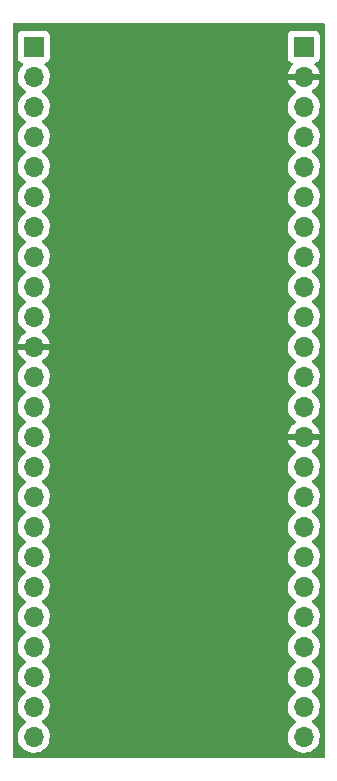
<source format=gbr>
%TF.GenerationSoftware,KiCad,Pcbnew,6.0.4-6f826c9f35~116~ubuntu21.10.1*%
%TF.CreationDate,2022-04-23T22:39:38+02:00*%
%TF.ProjectId,stm32f breakout,73746d33-3266-4206-9272-65616b6f7574,rev?*%
%TF.SameCoordinates,Original*%
%TF.FileFunction,Copper,L2,Bot*%
%TF.FilePolarity,Positive*%
%FSLAX46Y46*%
G04 Gerber Fmt 4.6, Leading zero omitted, Abs format (unit mm)*
G04 Created by KiCad (PCBNEW 6.0.4-6f826c9f35~116~ubuntu21.10.1) date 2022-04-23 22:39:38*
%MOMM*%
%LPD*%
G01*
G04 APERTURE LIST*
%TA.AperFunction,ComponentPad*%
%ADD10R,1.700000X1.700000*%
%TD*%
%TA.AperFunction,ComponentPad*%
%ADD11O,1.700000X1.700000*%
%TD*%
%TA.AperFunction,ViaPad*%
%ADD12C,0.800000*%
%TD*%
G04 APERTURE END LIST*
D10*
%TO.P,J2,1,Pin_1*%
%TO.N,Net-(U1-Pad37)*%
X125222000Y-69596000D03*
D11*
%TO.P,J2,2,Pin_2*%
%TO.N,Net-(U1-Pad38)*%
X125222000Y-72136000D03*
%TO.P,J2,3,Pin_3*%
%TO.N,Net-(U1-Pad39)*%
X125222000Y-74676000D03*
%TO.P,J2,4,Pin_4*%
%TO.N,Net-(U1-Pad40)*%
X125222000Y-77216000D03*
%TO.P,J2,5,Pin_5*%
%TO.N,Net-(J2-Pad5)*%
X125222000Y-79756000D03*
%TO.P,J2,6,Pin_6*%
%TO.N,Net-(J2-Pad6)*%
X125222000Y-82296000D03*
%TO.P,J2,7,Pin_7*%
%TO.N,Net-(J2-Pad7)*%
X125222000Y-84836000D03*
%TO.P,J2,8,Pin_8*%
%TO.N,Net-(J2-Pad8)*%
X125222000Y-87376000D03*
%TO.P,J2,9,Pin_9*%
%TO.N,Net-(J2-Pad9)*%
X125222000Y-89916000D03*
%TO.P,J2,10,Pin_10*%
%TO.N,Net-(J2-Pad10)*%
X125222000Y-92456000D03*
%TO.P,J2,11,Pin_11*%
%TO.N,GND*%
X125222000Y-94996000D03*
%TO.P,J2,12,Pin_12*%
%TO.N,Net-(J2-Pad12)*%
X125222000Y-97536000D03*
%TO.P,J2,13,Pin_13*%
%TO.N,Net-(J2-Pad13)*%
X125222000Y-100076000D03*
%TO.P,J2,14,Pin_14*%
%TO.N,Net-(J2-Pad14)*%
X125222000Y-102616000D03*
%TO.P,J2,15,Pin_15*%
%TO.N,Net-(J2-Pad15)*%
X125222000Y-105156000D03*
%TO.P,J2,16,Pin_16*%
%TO.N,Net-(J2-Pad16)*%
X125222000Y-107696000D03*
%TO.P,J2,17,Pin_17*%
%TO.N,Net-(J2-Pad17)*%
X125222000Y-110236000D03*
%TO.P,J2,18,Pin_18*%
%TO.N,Net-(U1-Pad6)*%
X125222000Y-112776000D03*
%TO.P,J2,19,Pin_19*%
%TO.N,Net-(U1-Pad7)*%
X125222000Y-115316000D03*
%TO.P,J2,20,Pin_20*%
%TO.N,Net-(U1-Pad8)*%
X125222000Y-117856000D03*
%TO.P,J2,21,Pin_21*%
%TO.N,Net-(U1-Pad9)*%
X125222000Y-120396000D03*
%TO.P,J2,22,Pin_22*%
%TO.N,Net-(J2-Pad22)*%
X125222000Y-122936000D03*
%TO.P,J2,23,Pin_23*%
%TO.N,Net-(J2-Pad23)*%
X125222000Y-125476000D03*
%TO.P,J2,24,Pin_24*%
%TO.N,Net-(J2-Pad24)*%
X125222000Y-128016000D03*
%TD*%
%TO.P,J1,24,Pin_24*%
%TO.N,Net-(U1-Pad13)*%
X148082000Y-128016000D03*
%TO.P,J1,23,Pin_23*%
%TO.N,Net-(U1-Pad14)*%
X148082000Y-125476000D03*
%TO.P,J1,22,Pin_22*%
%TO.N,Net-(U1-Pad15)*%
X148082000Y-122936000D03*
%TO.P,J1,21,Pin_21*%
%TO.N,Net-(U1-Pad16)*%
X148082000Y-120396000D03*
%TO.P,J1,20,Pin_20*%
%TO.N,Net-(U1-Pad17)*%
X148082000Y-117856000D03*
%TO.P,J1,19,Pin_19*%
%TO.N,Net-(J1-Pad19)*%
X148082000Y-115316000D03*
%TO.P,J1,18,Pin_18*%
%TO.N,Net-(J1-Pad18)*%
X148082000Y-112776000D03*
%TO.P,J1,17,Pin_17*%
%TO.N,Net-(J1-Pad17)*%
X148082000Y-110236000D03*
%TO.P,J1,16,Pin_16*%
%TO.N,Net-(J1-Pad16)*%
X148082000Y-107696000D03*
%TO.P,J1,15,Pin_15*%
%TO.N,Net-(J1-Pad15)*%
X148082000Y-105156000D03*
%TO.P,J1,14,Pin_14*%
%TO.N,GND*%
X148082000Y-102616000D03*
%TO.P,J1,13,Pin_13*%
%TO.N,Net-(U1-Pad24)*%
X148082000Y-100076000D03*
%TO.P,J1,12,Pin_12*%
%TO.N,Net-(J1-Pad12)*%
X148082000Y-97536000D03*
%TO.P,J1,11,Pin_11*%
%TO.N,Net-(U1-Pad26)*%
X148082000Y-94996000D03*
%TO.P,J1,10,Pin_10*%
%TO.N,Net-(U1-Pad27)*%
X148082000Y-92456000D03*
%TO.P,J1,9,Pin_9*%
%TO.N,Net-(U1-Pad28)*%
X148082000Y-89916000D03*
%TO.P,J1,8,Pin_8*%
%TO.N,Net-(U1-Pad29)*%
X148082000Y-87376000D03*
%TO.P,J1,7,Pin_7*%
%TO.N,Net-(U1-Pad30)*%
X148082000Y-84836000D03*
%TO.P,J1,6,Pin_6*%
%TO.N,Net-(U1-Pad31)*%
X148082000Y-82296000D03*
%TO.P,J1,5,Pin_5*%
%TO.N,Net-(J1-Pad5)*%
X148082000Y-79756000D03*
%TO.P,J1,4,Pin_4*%
%TO.N,Net-(J1-Pad4)*%
X148082000Y-77216000D03*
%TO.P,J1,3,Pin_3*%
%TO.N,Net-(J1-Pad3)*%
X148082000Y-74676000D03*
%TO.P,J1,2,Pin_2*%
%TO.N,GND*%
X148082000Y-72136000D03*
D10*
%TO.P,J1,1,Pin_1*%
%TO.N,Net-(U1-Pad36)*%
X148082000Y-69596000D03*
%TD*%
D12*
%TO.N,GND*%
X136652000Y-120396000D03*
X136652000Y-116586000D03*
X136652000Y-112776000D03*
X136652000Y-81534000D03*
X136652000Y-78486000D03*
X136652000Y-75438000D03*
%TD*%
%TA.AperFunction,Conductor*%
%TO.N,GND*%
G36*
X149801621Y-67584502D02*
G01*
X149848114Y-67638158D01*
X149859500Y-67690500D01*
X149859500Y-129667500D01*
X149839498Y-129735621D01*
X149785842Y-129782114D01*
X149733500Y-129793500D01*
X123570500Y-129793500D01*
X123502379Y-129773498D01*
X123455886Y-129719842D01*
X123444500Y-129667500D01*
X123444500Y-127982695D01*
X123859251Y-127982695D01*
X123859548Y-127987848D01*
X123859548Y-127987851D01*
X123865011Y-128082590D01*
X123872110Y-128205715D01*
X123873247Y-128210761D01*
X123873248Y-128210767D01*
X123893119Y-128298939D01*
X123921222Y-128423639D01*
X124005266Y-128630616D01*
X124121987Y-128821088D01*
X124268250Y-128989938D01*
X124440126Y-129132632D01*
X124633000Y-129245338D01*
X124841692Y-129325030D01*
X124846760Y-129326061D01*
X124846763Y-129326062D01*
X124954017Y-129347883D01*
X125060597Y-129369567D01*
X125065772Y-129369757D01*
X125065774Y-129369757D01*
X125278673Y-129377564D01*
X125278677Y-129377564D01*
X125283837Y-129377753D01*
X125288957Y-129377097D01*
X125288959Y-129377097D01*
X125500288Y-129350025D01*
X125500289Y-129350025D01*
X125505416Y-129349368D01*
X125510366Y-129347883D01*
X125714429Y-129286661D01*
X125714434Y-129286659D01*
X125719384Y-129285174D01*
X125919994Y-129186896D01*
X126101860Y-129057173D01*
X126260096Y-128899489D01*
X126319594Y-128816689D01*
X126387435Y-128722277D01*
X126390453Y-128718077D01*
X126489430Y-128517811D01*
X126554370Y-128304069D01*
X126583529Y-128082590D01*
X126585156Y-128016000D01*
X126582418Y-127982695D01*
X146719251Y-127982695D01*
X146719548Y-127987848D01*
X146719548Y-127987851D01*
X146725011Y-128082590D01*
X146732110Y-128205715D01*
X146733247Y-128210761D01*
X146733248Y-128210767D01*
X146753119Y-128298939D01*
X146781222Y-128423639D01*
X146865266Y-128630616D01*
X146981987Y-128821088D01*
X147128250Y-128989938D01*
X147300126Y-129132632D01*
X147493000Y-129245338D01*
X147701692Y-129325030D01*
X147706760Y-129326061D01*
X147706763Y-129326062D01*
X147814017Y-129347883D01*
X147920597Y-129369567D01*
X147925772Y-129369757D01*
X147925774Y-129369757D01*
X148138673Y-129377564D01*
X148138677Y-129377564D01*
X148143837Y-129377753D01*
X148148957Y-129377097D01*
X148148959Y-129377097D01*
X148360288Y-129350025D01*
X148360289Y-129350025D01*
X148365416Y-129349368D01*
X148370366Y-129347883D01*
X148574429Y-129286661D01*
X148574434Y-129286659D01*
X148579384Y-129285174D01*
X148779994Y-129186896D01*
X148961860Y-129057173D01*
X149120096Y-128899489D01*
X149179594Y-128816689D01*
X149247435Y-128722277D01*
X149250453Y-128718077D01*
X149349430Y-128517811D01*
X149414370Y-128304069D01*
X149443529Y-128082590D01*
X149445156Y-128016000D01*
X149426852Y-127793361D01*
X149372431Y-127576702D01*
X149283354Y-127371840D01*
X149162014Y-127184277D01*
X149011670Y-127019051D01*
X149007619Y-127015852D01*
X149007615Y-127015848D01*
X148840414Y-126883800D01*
X148840410Y-126883798D01*
X148836359Y-126880598D01*
X148795053Y-126857796D01*
X148745084Y-126807364D01*
X148730312Y-126737921D01*
X148755428Y-126671516D01*
X148782780Y-126644909D01*
X148826603Y-126613650D01*
X148961860Y-126517173D01*
X149120096Y-126359489D01*
X149179594Y-126276689D01*
X149247435Y-126182277D01*
X149250453Y-126178077D01*
X149349430Y-125977811D01*
X149414370Y-125764069D01*
X149443529Y-125542590D01*
X149445156Y-125476000D01*
X149426852Y-125253361D01*
X149372431Y-125036702D01*
X149283354Y-124831840D01*
X149162014Y-124644277D01*
X149011670Y-124479051D01*
X149007619Y-124475852D01*
X149007615Y-124475848D01*
X148840414Y-124343800D01*
X148840410Y-124343798D01*
X148836359Y-124340598D01*
X148795053Y-124317796D01*
X148745084Y-124267364D01*
X148730312Y-124197921D01*
X148755428Y-124131516D01*
X148782780Y-124104909D01*
X148826603Y-124073650D01*
X148961860Y-123977173D01*
X149120096Y-123819489D01*
X149179594Y-123736689D01*
X149247435Y-123642277D01*
X149250453Y-123638077D01*
X149349430Y-123437811D01*
X149414370Y-123224069D01*
X149443529Y-123002590D01*
X149445156Y-122936000D01*
X149426852Y-122713361D01*
X149372431Y-122496702D01*
X149283354Y-122291840D01*
X149162014Y-122104277D01*
X149011670Y-121939051D01*
X149007619Y-121935852D01*
X149007615Y-121935848D01*
X148840414Y-121803800D01*
X148840410Y-121803798D01*
X148836359Y-121800598D01*
X148795053Y-121777796D01*
X148745084Y-121727364D01*
X148730312Y-121657921D01*
X148755428Y-121591516D01*
X148782780Y-121564909D01*
X148826603Y-121533650D01*
X148961860Y-121437173D01*
X149120096Y-121279489D01*
X149179594Y-121196689D01*
X149247435Y-121102277D01*
X149250453Y-121098077D01*
X149349430Y-120897811D01*
X149414370Y-120684069D01*
X149443529Y-120462590D01*
X149445156Y-120396000D01*
X149426852Y-120173361D01*
X149372431Y-119956702D01*
X149283354Y-119751840D01*
X149162014Y-119564277D01*
X149011670Y-119399051D01*
X149007619Y-119395852D01*
X149007615Y-119395848D01*
X148840414Y-119263800D01*
X148840410Y-119263798D01*
X148836359Y-119260598D01*
X148795053Y-119237796D01*
X148745084Y-119187364D01*
X148730312Y-119117921D01*
X148755428Y-119051516D01*
X148782780Y-119024909D01*
X148826603Y-118993650D01*
X148961860Y-118897173D01*
X149120096Y-118739489D01*
X149179594Y-118656689D01*
X149247435Y-118562277D01*
X149250453Y-118558077D01*
X149349430Y-118357811D01*
X149414370Y-118144069D01*
X149443529Y-117922590D01*
X149445156Y-117856000D01*
X149426852Y-117633361D01*
X149372431Y-117416702D01*
X149283354Y-117211840D01*
X149162014Y-117024277D01*
X149011670Y-116859051D01*
X149007619Y-116855852D01*
X149007615Y-116855848D01*
X148840414Y-116723800D01*
X148840410Y-116723798D01*
X148836359Y-116720598D01*
X148795053Y-116697796D01*
X148745084Y-116647364D01*
X148730312Y-116577921D01*
X148755428Y-116511516D01*
X148782780Y-116484909D01*
X148826603Y-116453650D01*
X148961860Y-116357173D01*
X149120096Y-116199489D01*
X149179594Y-116116689D01*
X149247435Y-116022277D01*
X149250453Y-116018077D01*
X149349430Y-115817811D01*
X149414370Y-115604069D01*
X149443529Y-115382590D01*
X149445156Y-115316000D01*
X149426852Y-115093361D01*
X149372431Y-114876702D01*
X149283354Y-114671840D01*
X149162014Y-114484277D01*
X149011670Y-114319051D01*
X149007619Y-114315852D01*
X149007615Y-114315848D01*
X148840414Y-114183800D01*
X148840410Y-114183798D01*
X148836359Y-114180598D01*
X148795053Y-114157796D01*
X148745084Y-114107364D01*
X148730312Y-114037921D01*
X148755428Y-113971516D01*
X148782780Y-113944909D01*
X148826603Y-113913650D01*
X148961860Y-113817173D01*
X149120096Y-113659489D01*
X149179594Y-113576689D01*
X149247435Y-113482277D01*
X149250453Y-113478077D01*
X149349430Y-113277811D01*
X149414370Y-113064069D01*
X149443529Y-112842590D01*
X149445156Y-112776000D01*
X149426852Y-112553361D01*
X149372431Y-112336702D01*
X149283354Y-112131840D01*
X149162014Y-111944277D01*
X149011670Y-111779051D01*
X149007619Y-111775852D01*
X149007615Y-111775848D01*
X148840414Y-111643800D01*
X148840410Y-111643798D01*
X148836359Y-111640598D01*
X148795053Y-111617796D01*
X148745084Y-111567364D01*
X148730312Y-111497921D01*
X148755428Y-111431516D01*
X148782780Y-111404909D01*
X148826603Y-111373650D01*
X148961860Y-111277173D01*
X149120096Y-111119489D01*
X149179594Y-111036689D01*
X149247435Y-110942277D01*
X149250453Y-110938077D01*
X149349430Y-110737811D01*
X149414370Y-110524069D01*
X149443529Y-110302590D01*
X149445156Y-110236000D01*
X149426852Y-110013361D01*
X149372431Y-109796702D01*
X149283354Y-109591840D01*
X149162014Y-109404277D01*
X149011670Y-109239051D01*
X149007619Y-109235852D01*
X149007615Y-109235848D01*
X148840414Y-109103800D01*
X148840410Y-109103798D01*
X148836359Y-109100598D01*
X148795053Y-109077796D01*
X148745084Y-109027364D01*
X148730312Y-108957921D01*
X148755428Y-108891516D01*
X148782780Y-108864909D01*
X148826603Y-108833650D01*
X148961860Y-108737173D01*
X149120096Y-108579489D01*
X149179594Y-108496689D01*
X149247435Y-108402277D01*
X149250453Y-108398077D01*
X149349430Y-108197811D01*
X149414370Y-107984069D01*
X149443529Y-107762590D01*
X149445156Y-107696000D01*
X149426852Y-107473361D01*
X149372431Y-107256702D01*
X149283354Y-107051840D01*
X149162014Y-106864277D01*
X149011670Y-106699051D01*
X149007619Y-106695852D01*
X149007615Y-106695848D01*
X148840414Y-106563800D01*
X148840410Y-106563798D01*
X148836359Y-106560598D01*
X148795053Y-106537796D01*
X148745084Y-106487364D01*
X148730312Y-106417921D01*
X148755428Y-106351516D01*
X148782780Y-106324909D01*
X148826603Y-106293650D01*
X148961860Y-106197173D01*
X149120096Y-106039489D01*
X149179594Y-105956689D01*
X149247435Y-105862277D01*
X149250453Y-105858077D01*
X149349430Y-105657811D01*
X149414370Y-105444069D01*
X149443529Y-105222590D01*
X149445156Y-105156000D01*
X149426852Y-104933361D01*
X149372431Y-104716702D01*
X149283354Y-104511840D01*
X149162014Y-104324277D01*
X149011670Y-104159051D01*
X149007619Y-104155852D01*
X149007615Y-104155848D01*
X148840414Y-104023800D01*
X148840410Y-104023798D01*
X148836359Y-104020598D01*
X148794569Y-103997529D01*
X148744598Y-103947097D01*
X148729826Y-103877654D01*
X148754942Y-103811248D01*
X148782294Y-103784641D01*
X148957328Y-103659792D01*
X148965200Y-103653139D01*
X149116052Y-103502812D01*
X149122730Y-103494965D01*
X149247003Y-103322020D01*
X149252313Y-103313183D01*
X149346670Y-103122267D01*
X149350469Y-103112672D01*
X149412377Y-102908910D01*
X149414555Y-102898837D01*
X149415986Y-102887962D01*
X149413775Y-102873778D01*
X149400617Y-102870000D01*
X146765225Y-102870000D01*
X146751694Y-102873973D01*
X146750257Y-102883966D01*
X146780565Y-103018446D01*
X146783645Y-103028275D01*
X146863770Y-103225603D01*
X146868413Y-103234794D01*
X146979694Y-103416388D01*
X146985777Y-103424699D01*
X147125213Y-103585667D01*
X147132580Y-103592883D01*
X147296434Y-103728916D01*
X147304881Y-103734831D01*
X147373969Y-103775203D01*
X147422693Y-103826842D01*
X147435764Y-103896625D01*
X147409033Y-103962396D01*
X147368584Y-103995752D01*
X147355607Y-104002507D01*
X147351474Y-104005610D01*
X147351471Y-104005612D01*
X147327247Y-104023800D01*
X147176965Y-104136635D01*
X147022629Y-104298138D01*
X146896743Y-104482680D01*
X146802688Y-104685305D01*
X146742989Y-104900570D01*
X146719251Y-105122695D01*
X146719548Y-105127848D01*
X146719548Y-105127851D01*
X146725011Y-105222590D01*
X146732110Y-105345715D01*
X146733247Y-105350761D01*
X146733248Y-105350767D01*
X146753119Y-105438939D01*
X146781222Y-105563639D01*
X146865266Y-105770616D01*
X146981987Y-105961088D01*
X147128250Y-106129938D01*
X147300126Y-106272632D01*
X147370595Y-106313811D01*
X147373445Y-106315476D01*
X147422169Y-106367114D01*
X147435240Y-106436897D01*
X147408509Y-106502669D01*
X147368055Y-106536027D01*
X147355607Y-106542507D01*
X147351474Y-106545610D01*
X147351471Y-106545612D01*
X147327247Y-106563800D01*
X147176965Y-106676635D01*
X147022629Y-106838138D01*
X146896743Y-107022680D01*
X146802688Y-107225305D01*
X146742989Y-107440570D01*
X146719251Y-107662695D01*
X146719548Y-107667848D01*
X146719548Y-107667851D01*
X146725011Y-107762590D01*
X146732110Y-107885715D01*
X146733247Y-107890761D01*
X146733248Y-107890767D01*
X146753119Y-107978939D01*
X146781222Y-108103639D01*
X146865266Y-108310616D01*
X146981987Y-108501088D01*
X147128250Y-108669938D01*
X147300126Y-108812632D01*
X147370595Y-108853811D01*
X147373445Y-108855476D01*
X147422169Y-108907114D01*
X147435240Y-108976897D01*
X147408509Y-109042669D01*
X147368055Y-109076027D01*
X147355607Y-109082507D01*
X147351474Y-109085610D01*
X147351471Y-109085612D01*
X147327247Y-109103800D01*
X147176965Y-109216635D01*
X147022629Y-109378138D01*
X146896743Y-109562680D01*
X146802688Y-109765305D01*
X146742989Y-109980570D01*
X146719251Y-110202695D01*
X146719548Y-110207848D01*
X146719548Y-110207851D01*
X146725011Y-110302590D01*
X146732110Y-110425715D01*
X146733247Y-110430761D01*
X146733248Y-110430767D01*
X146753119Y-110518939D01*
X146781222Y-110643639D01*
X146865266Y-110850616D01*
X146981987Y-111041088D01*
X147128250Y-111209938D01*
X147300126Y-111352632D01*
X147370595Y-111393811D01*
X147373445Y-111395476D01*
X147422169Y-111447114D01*
X147435240Y-111516897D01*
X147408509Y-111582669D01*
X147368055Y-111616027D01*
X147355607Y-111622507D01*
X147351474Y-111625610D01*
X147351471Y-111625612D01*
X147327247Y-111643800D01*
X147176965Y-111756635D01*
X147022629Y-111918138D01*
X146896743Y-112102680D01*
X146802688Y-112305305D01*
X146742989Y-112520570D01*
X146719251Y-112742695D01*
X146719548Y-112747848D01*
X146719548Y-112747851D01*
X146725011Y-112842590D01*
X146732110Y-112965715D01*
X146733247Y-112970761D01*
X146733248Y-112970767D01*
X146753119Y-113058939D01*
X146781222Y-113183639D01*
X146865266Y-113390616D01*
X146981987Y-113581088D01*
X147128250Y-113749938D01*
X147300126Y-113892632D01*
X147370595Y-113933811D01*
X147373445Y-113935476D01*
X147422169Y-113987114D01*
X147435240Y-114056897D01*
X147408509Y-114122669D01*
X147368055Y-114156027D01*
X147355607Y-114162507D01*
X147351474Y-114165610D01*
X147351471Y-114165612D01*
X147327247Y-114183800D01*
X147176965Y-114296635D01*
X147022629Y-114458138D01*
X146896743Y-114642680D01*
X146802688Y-114845305D01*
X146742989Y-115060570D01*
X146719251Y-115282695D01*
X146719548Y-115287848D01*
X146719548Y-115287851D01*
X146725011Y-115382590D01*
X146732110Y-115505715D01*
X146733247Y-115510761D01*
X146733248Y-115510767D01*
X146753119Y-115598939D01*
X146781222Y-115723639D01*
X146865266Y-115930616D01*
X146981987Y-116121088D01*
X147128250Y-116289938D01*
X147300126Y-116432632D01*
X147370595Y-116473811D01*
X147373445Y-116475476D01*
X147422169Y-116527114D01*
X147435240Y-116596897D01*
X147408509Y-116662669D01*
X147368055Y-116696027D01*
X147355607Y-116702507D01*
X147351474Y-116705610D01*
X147351471Y-116705612D01*
X147327247Y-116723800D01*
X147176965Y-116836635D01*
X147022629Y-116998138D01*
X146896743Y-117182680D01*
X146802688Y-117385305D01*
X146742989Y-117600570D01*
X146719251Y-117822695D01*
X146719548Y-117827848D01*
X146719548Y-117827851D01*
X146725011Y-117922590D01*
X146732110Y-118045715D01*
X146733247Y-118050761D01*
X146733248Y-118050767D01*
X146753119Y-118138939D01*
X146781222Y-118263639D01*
X146865266Y-118470616D01*
X146981987Y-118661088D01*
X147128250Y-118829938D01*
X147300126Y-118972632D01*
X147370595Y-119013811D01*
X147373445Y-119015476D01*
X147422169Y-119067114D01*
X147435240Y-119136897D01*
X147408509Y-119202669D01*
X147368055Y-119236027D01*
X147355607Y-119242507D01*
X147351474Y-119245610D01*
X147351471Y-119245612D01*
X147327247Y-119263800D01*
X147176965Y-119376635D01*
X147022629Y-119538138D01*
X146896743Y-119722680D01*
X146802688Y-119925305D01*
X146742989Y-120140570D01*
X146719251Y-120362695D01*
X146719548Y-120367848D01*
X146719548Y-120367851D01*
X146725011Y-120462590D01*
X146732110Y-120585715D01*
X146733247Y-120590761D01*
X146733248Y-120590767D01*
X146753119Y-120678939D01*
X146781222Y-120803639D01*
X146865266Y-121010616D01*
X146981987Y-121201088D01*
X147128250Y-121369938D01*
X147300126Y-121512632D01*
X147370595Y-121553811D01*
X147373445Y-121555476D01*
X147422169Y-121607114D01*
X147435240Y-121676897D01*
X147408509Y-121742669D01*
X147368055Y-121776027D01*
X147355607Y-121782507D01*
X147351474Y-121785610D01*
X147351471Y-121785612D01*
X147327247Y-121803800D01*
X147176965Y-121916635D01*
X147022629Y-122078138D01*
X146896743Y-122262680D01*
X146802688Y-122465305D01*
X146742989Y-122680570D01*
X146719251Y-122902695D01*
X146719548Y-122907848D01*
X146719548Y-122907851D01*
X146725011Y-123002590D01*
X146732110Y-123125715D01*
X146733247Y-123130761D01*
X146733248Y-123130767D01*
X146753119Y-123218939D01*
X146781222Y-123343639D01*
X146865266Y-123550616D01*
X146981987Y-123741088D01*
X147128250Y-123909938D01*
X147300126Y-124052632D01*
X147370595Y-124093811D01*
X147373445Y-124095476D01*
X147422169Y-124147114D01*
X147435240Y-124216897D01*
X147408509Y-124282669D01*
X147368055Y-124316027D01*
X147355607Y-124322507D01*
X147351474Y-124325610D01*
X147351471Y-124325612D01*
X147327247Y-124343800D01*
X147176965Y-124456635D01*
X147022629Y-124618138D01*
X146896743Y-124802680D01*
X146802688Y-125005305D01*
X146742989Y-125220570D01*
X146719251Y-125442695D01*
X146719548Y-125447848D01*
X146719548Y-125447851D01*
X146725011Y-125542590D01*
X146732110Y-125665715D01*
X146733247Y-125670761D01*
X146733248Y-125670767D01*
X146753119Y-125758939D01*
X146781222Y-125883639D01*
X146865266Y-126090616D01*
X146981987Y-126281088D01*
X147128250Y-126449938D01*
X147300126Y-126592632D01*
X147370595Y-126633811D01*
X147373445Y-126635476D01*
X147422169Y-126687114D01*
X147435240Y-126756897D01*
X147408509Y-126822669D01*
X147368055Y-126856027D01*
X147355607Y-126862507D01*
X147351474Y-126865610D01*
X147351471Y-126865612D01*
X147327247Y-126883800D01*
X147176965Y-126996635D01*
X147022629Y-127158138D01*
X146896743Y-127342680D01*
X146802688Y-127545305D01*
X146742989Y-127760570D01*
X146719251Y-127982695D01*
X126582418Y-127982695D01*
X126566852Y-127793361D01*
X126512431Y-127576702D01*
X126423354Y-127371840D01*
X126302014Y-127184277D01*
X126151670Y-127019051D01*
X126147619Y-127015852D01*
X126147615Y-127015848D01*
X125980414Y-126883800D01*
X125980410Y-126883798D01*
X125976359Y-126880598D01*
X125935053Y-126857796D01*
X125885084Y-126807364D01*
X125870312Y-126737921D01*
X125895428Y-126671516D01*
X125922780Y-126644909D01*
X125966603Y-126613650D01*
X126101860Y-126517173D01*
X126260096Y-126359489D01*
X126319594Y-126276689D01*
X126387435Y-126182277D01*
X126390453Y-126178077D01*
X126489430Y-125977811D01*
X126554370Y-125764069D01*
X126583529Y-125542590D01*
X126585156Y-125476000D01*
X126566852Y-125253361D01*
X126512431Y-125036702D01*
X126423354Y-124831840D01*
X126302014Y-124644277D01*
X126151670Y-124479051D01*
X126147619Y-124475852D01*
X126147615Y-124475848D01*
X125980414Y-124343800D01*
X125980410Y-124343798D01*
X125976359Y-124340598D01*
X125935053Y-124317796D01*
X125885084Y-124267364D01*
X125870312Y-124197921D01*
X125895428Y-124131516D01*
X125922780Y-124104909D01*
X125966603Y-124073650D01*
X126101860Y-123977173D01*
X126260096Y-123819489D01*
X126319594Y-123736689D01*
X126387435Y-123642277D01*
X126390453Y-123638077D01*
X126489430Y-123437811D01*
X126554370Y-123224069D01*
X126583529Y-123002590D01*
X126585156Y-122936000D01*
X126566852Y-122713361D01*
X126512431Y-122496702D01*
X126423354Y-122291840D01*
X126302014Y-122104277D01*
X126151670Y-121939051D01*
X126147619Y-121935852D01*
X126147615Y-121935848D01*
X125980414Y-121803800D01*
X125980410Y-121803798D01*
X125976359Y-121800598D01*
X125935053Y-121777796D01*
X125885084Y-121727364D01*
X125870312Y-121657921D01*
X125895428Y-121591516D01*
X125922780Y-121564909D01*
X125966603Y-121533650D01*
X126101860Y-121437173D01*
X126260096Y-121279489D01*
X126319594Y-121196689D01*
X126387435Y-121102277D01*
X126390453Y-121098077D01*
X126489430Y-120897811D01*
X126554370Y-120684069D01*
X126583529Y-120462590D01*
X126585156Y-120396000D01*
X126566852Y-120173361D01*
X126512431Y-119956702D01*
X126423354Y-119751840D01*
X126302014Y-119564277D01*
X126151670Y-119399051D01*
X126147619Y-119395852D01*
X126147615Y-119395848D01*
X125980414Y-119263800D01*
X125980410Y-119263798D01*
X125976359Y-119260598D01*
X125935053Y-119237796D01*
X125885084Y-119187364D01*
X125870312Y-119117921D01*
X125895428Y-119051516D01*
X125922780Y-119024909D01*
X125966603Y-118993650D01*
X126101860Y-118897173D01*
X126260096Y-118739489D01*
X126319594Y-118656689D01*
X126387435Y-118562277D01*
X126390453Y-118558077D01*
X126489430Y-118357811D01*
X126554370Y-118144069D01*
X126583529Y-117922590D01*
X126585156Y-117856000D01*
X126566852Y-117633361D01*
X126512431Y-117416702D01*
X126423354Y-117211840D01*
X126302014Y-117024277D01*
X126151670Y-116859051D01*
X126147619Y-116855852D01*
X126147615Y-116855848D01*
X125980414Y-116723800D01*
X125980410Y-116723798D01*
X125976359Y-116720598D01*
X125935053Y-116697796D01*
X125885084Y-116647364D01*
X125870312Y-116577921D01*
X125895428Y-116511516D01*
X125922780Y-116484909D01*
X125966603Y-116453650D01*
X126101860Y-116357173D01*
X126260096Y-116199489D01*
X126319594Y-116116689D01*
X126387435Y-116022277D01*
X126390453Y-116018077D01*
X126489430Y-115817811D01*
X126554370Y-115604069D01*
X126583529Y-115382590D01*
X126585156Y-115316000D01*
X126566852Y-115093361D01*
X126512431Y-114876702D01*
X126423354Y-114671840D01*
X126302014Y-114484277D01*
X126151670Y-114319051D01*
X126147619Y-114315852D01*
X126147615Y-114315848D01*
X125980414Y-114183800D01*
X125980410Y-114183798D01*
X125976359Y-114180598D01*
X125935053Y-114157796D01*
X125885084Y-114107364D01*
X125870312Y-114037921D01*
X125895428Y-113971516D01*
X125922780Y-113944909D01*
X125966603Y-113913650D01*
X126101860Y-113817173D01*
X126260096Y-113659489D01*
X126319594Y-113576689D01*
X126387435Y-113482277D01*
X126390453Y-113478077D01*
X126489430Y-113277811D01*
X126554370Y-113064069D01*
X126583529Y-112842590D01*
X126585156Y-112776000D01*
X126566852Y-112553361D01*
X126512431Y-112336702D01*
X126423354Y-112131840D01*
X126302014Y-111944277D01*
X126151670Y-111779051D01*
X126147619Y-111775852D01*
X126147615Y-111775848D01*
X125980414Y-111643800D01*
X125980410Y-111643798D01*
X125976359Y-111640598D01*
X125935053Y-111617796D01*
X125885084Y-111567364D01*
X125870312Y-111497921D01*
X125895428Y-111431516D01*
X125922780Y-111404909D01*
X125966603Y-111373650D01*
X126101860Y-111277173D01*
X126260096Y-111119489D01*
X126319594Y-111036689D01*
X126387435Y-110942277D01*
X126390453Y-110938077D01*
X126489430Y-110737811D01*
X126554370Y-110524069D01*
X126583529Y-110302590D01*
X126585156Y-110236000D01*
X126566852Y-110013361D01*
X126512431Y-109796702D01*
X126423354Y-109591840D01*
X126302014Y-109404277D01*
X126151670Y-109239051D01*
X126147619Y-109235852D01*
X126147615Y-109235848D01*
X125980414Y-109103800D01*
X125980410Y-109103798D01*
X125976359Y-109100598D01*
X125935053Y-109077796D01*
X125885084Y-109027364D01*
X125870312Y-108957921D01*
X125895428Y-108891516D01*
X125922780Y-108864909D01*
X125966603Y-108833650D01*
X126101860Y-108737173D01*
X126260096Y-108579489D01*
X126319594Y-108496689D01*
X126387435Y-108402277D01*
X126390453Y-108398077D01*
X126489430Y-108197811D01*
X126554370Y-107984069D01*
X126583529Y-107762590D01*
X126585156Y-107696000D01*
X126566852Y-107473361D01*
X126512431Y-107256702D01*
X126423354Y-107051840D01*
X126302014Y-106864277D01*
X126151670Y-106699051D01*
X126147619Y-106695852D01*
X126147615Y-106695848D01*
X125980414Y-106563800D01*
X125980410Y-106563798D01*
X125976359Y-106560598D01*
X125935053Y-106537796D01*
X125885084Y-106487364D01*
X125870312Y-106417921D01*
X125895428Y-106351516D01*
X125922780Y-106324909D01*
X125966603Y-106293650D01*
X126101860Y-106197173D01*
X126260096Y-106039489D01*
X126319594Y-105956689D01*
X126387435Y-105862277D01*
X126390453Y-105858077D01*
X126489430Y-105657811D01*
X126554370Y-105444069D01*
X126583529Y-105222590D01*
X126585156Y-105156000D01*
X126566852Y-104933361D01*
X126512431Y-104716702D01*
X126423354Y-104511840D01*
X126302014Y-104324277D01*
X126151670Y-104159051D01*
X126147619Y-104155852D01*
X126147615Y-104155848D01*
X125980414Y-104023800D01*
X125980410Y-104023798D01*
X125976359Y-104020598D01*
X125935053Y-103997796D01*
X125885084Y-103947364D01*
X125870312Y-103877921D01*
X125895428Y-103811516D01*
X125922780Y-103784909D01*
X125966603Y-103753650D01*
X126101860Y-103657173D01*
X126260096Y-103499489D01*
X126319594Y-103416689D01*
X126387435Y-103322277D01*
X126390453Y-103318077D01*
X126489430Y-103117811D01*
X126554370Y-102904069D01*
X126583529Y-102682590D01*
X126585156Y-102616000D01*
X126566852Y-102393361D01*
X126512431Y-102176702D01*
X126423354Y-101971840D01*
X126302014Y-101784277D01*
X126151670Y-101619051D01*
X126147619Y-101615852D01*
X126147615Y-101615848D01*
X125980414Y-101483800D01*
X125980410Y-101483798D01*
X125976359Y-101480598D01*
X125935053Y-101457796D01*
X125885084Y-101407364D01*
X125870312Y-101337921D01*
X125895428Y-101271516D01*
X125922780Y-101244909D01*
X125966603Y-101213650D01*
X126101860Y-101117173D01*
X126260096Y-100959489D01*
X126319594Y-100876689D01*
X126387435Y-100782277D01*
X126390453Y-100778077D01*
X126489430Y-100577811D01*
X126554370Y-100364069D01*
X126583529Y-100142590D01*
X126585156Y-100076000D01*
X126582418Y-100042695D01*
X146719251Y-100042695D01*
X146719548Y-100047848D01*
X146719548Y-100047851D01*
X146725011Y-100142590D01*
X146732110Y-100265715D01*
X146733247Y-100270761D01*
X146733248Y-100270767D01*
X146753119Y-100358939D01*
X146781222Y-100483639D01*
X146865266Y-100690616D01*
X146981987Y-100881088D01*
X147128250Y-101049938D01*
X147300126Y-101192632D01*
X147373445Y-101235476D01*
X147373955Y-101235774D01*
X147422679Y-101287412D01*
X147435750Y-101357195D01*
X147409019Y-101422967D01*
X147368562Y-101456327D01*
X147360457Y-101460546D01*
X147351738Y-101466036D01*
X147181433Y-101593905D01*
X147173726Y-101600748D01*
X147026590Y-101754717D01*
X147020104Y-101762727D01*
X146900098Y-101938649D01*
X146895000Y-101947623D01*
X146805338Y-102140783D01*
X146801775Y-102150470D01*
X146746389Y-102350183D01*
X146747912Y-102358607D01*
X146760292Y-102362000D01*
X149400344Y-102362000D01*
X149413875Y-102358027D01*
X149415180Y-102348947D01*
X149373214Y-102181875D01*
X149369894Y-102172124D01*
X149284972Y-101976814D01*
X149280105Y-101967739D01*
X149164426Y-101788926D01*
X149158136Y-101780757D01*
X149014806Y-101623240D01*
X149007273Y-101616215D01*
X148840139Y-101484222D01*
X148831556Y-101478520D01*
X148794602Y-101458120D01*
X148744631Y-101407687D01*
X148729859Y-101338245D01*
X148754975Y-101271839D01*
X148782327Y-101245232D01*
X148805797Y-101228491D01*
X148961860Y-101117173D01*
X149120096Y-100959489D01*
X149179594Y-100876689D01*
X149247435Y-100782277D01*
X149250453Y-100778077D01*
X149349430Y-100577811D01*
X149414370Y-100364069D01*
X149443529Y-100142590D01*
X149445156Y-100076000D01*
X149426852Y-99853361D01*
X149372431Y-99636702D01*
X149283354Y-99431840D01*
X149162014Y-99244277D01*
X149011670Y-99079051D01*
X149007619Y-99075852D01*
X149007615Y-99075848D01*
X148840414Y-98943800D01*
X148840410Y-98943798D01*
X148836359Y-98940598D01*
X148795053Y-98917796D01*
X148745084Y-98867364D01*
X148730312Y-98797921D01*
X148755428Y-98731516D01*
X148782780Y-98704909D01*
X148826603Y-98673650D01*
X148961860Y-98577173D01*
X149120096Y-98419489D01*
X149179594Y-98336689D01*
X149247435Y-98242277D01*
X149250453Y-98238077D01*
X149349430Y-98037811D01*
X149414370Y-97824069D01*
X149443529Y-97602590D01*
X149445156Y-97536000D01*
X149426852Y-97313361D01*
X149372431Y-97096702D01*
X149283354Y-96891840D01*
X149162014Y-96704277D01*
X149011670Y-96539051D01*
X149007619Y-96535852D01*
X149007615Y-96535848D01*
X148840414Y-96403800D01*
X148840410Y-96403798D01*
X148836359Y-96400598D01*
X148795053Y-96377796D01*
X148745084Y-96327364D01*
X148730312Y-96257921D01*
X148755428Y-96191516D01*
X148782780Y-96164909D01*
X148826603Y-96133650D01*
X148961860Y-96037173D01*
X149120096Y-95879489D01*
X149179594Y-95796689D01*
X149247435Y-95702277D01*
X149250453Y-95698077D01*
X149349430Y-95497811D01*
X149414370Y-95284069D01*
X149443529Y-95062590D01*
X149445156Y-94996000D01*
X149426852Y-94773361D01*
X149372431Y-94556702D01*
X149283354Y-94351840D01*
X149162014Y-94164277D01*
X149011670Y-93999051D01*
X149007619Y-93995852D01*
X149007615Y-93995848D01*
X148840414Y-93863800D01*
X148840410Y-93863798D01*
X148836359Y-93860598D01*
X148795053Y-93837796D01*
X148745084Y-93787364D01*
X148730312Y-93717921D01*
X148755428Y-93651516D01*
X148782780Y-93624909D01*
X148826603Y-93593650D01*
X148961860Y-93497173D01*
X149120096Y-93339489D01*
X149179594Y-93256689D01*
X149247435Y-93162277D01*
X149250453Y-93158077D01*
X149349430Y-92957811D01*
X149414370Y-92744069D01*
X149443529Y-92522590D01*
X149445156Y-92456000D01*
X149426852Y-92233361D01*
X149372431Y-92016702D01*
X149283354Y-91811840D01*
X149162014Y-91624277D01*
X149011670Y-91459051D01*
X149007619Y-91455852D01*
X149007615Y-91455848D01*
X148840414Y-91323800D01*
X148840410Y-91323798D01*
X148836359Y-91320598D01*
X148795053Y-91297796D01*
X148745084Y-91247364D01*
X148730312Y-91177921D01*
X148755428Y-91111516D01*
X148782780Y-91084909D01*
X148826603Y-91053650D01*
X148961860Y-90957173D01*
X149120096Y-90799489D01*
X149179594Y-90716689D01*
X149247435Y-90622277D01*
X149250453Y-90618077D01*
X149349430Y-90417811D01*
X149414370Y-90204069D01*
X149443529Y-89982590D01*
X149445156Y-89916000D01*
X149426852Y-89693361D01*
X149372431Y-89476702D01*
X149283354Y-89271840D01*
X149162014Y-89084277D01*
X149011670Y-88919051D01*
X149007619Y-88915852D01*
X149007615Y-88915848D01*
X148840414Y-88783800D01*
X148840410Y-88783798D01*
X148836359Y-88780598D01*
X148795053Y-88757796D01*
X148745084Y-88707364D01*
X148730312Y-88637921D01*
X148755428Y-88571516D01*
X148782780Y-88544909D01*
X148826603Y-88513650D01*
X148961860Y-88417173D01*
X149120096Y-88259489D01*
X149179594Y-88176689D01*
X149247435Y-88082277D01*
X149250453Y-88078077D01*
X149349430Y-87877811D01*
X149414370Y-87664069D01*
X149443529Y-87442590D01*
X149445156Y-87376000D01*
X149426852Y-87153361D01*
X149372431Y-86936702D01*
X149283354Y-86731840D01*
X149162014Y-86544277D01*
X149011670Y-86379051D01*
X149007619Y-86375852D01*
X149007615Y-86375848D01*
X148840414Y-86243800D01*
X148840410Y-86243798D01*
X148836359Y-86240598D01*
X148795053Y-86217796D01*
X148745084Y-86167364D01*
X148730312Y-86097921D01*
X148755428Y-86031516D01*
X148782780Y-86004909D01*
X148826603Y-85973650D01*
X148961860Y-85877173D01*
X149120096Y-85719489D01*
X149179594Y-85636689D01*
X149247435Y-85542277D01*
X149250453Y-85538077D01*
X149349430Y-85337811D01*
X149414370Y-85124069D01*
X149443529Y-84902590D01*
X149445156Y-84836000D01*
X149426852Y-84613361D01*
X149372431Y-84396702D01*
X149283354Y-84191840D01*
X149162014Y-84004277D01*
X149011670Y-83839051D01*
X149007619Y-83835852D01*
X149007615Y-83835848D01*
X148840414Y-83703800D01*
X148840410Y-83703798D01*
X148836359Y-83700598D01*
X148795053Y-83677796D01*
X148745084Y-83627364D01*
X148730312Y-83557921D01*
X148755428Y-83491516D01*
X148782780Y-83464909D01*
X148826603Y-83433650D01*
X148961860Y-83337173D01*
X149120096Y-83179489D01*
X149179594Y-83096689D01*
X149247435Y-83002277D01*
X149250453Y-82998077D01*
X149349430Y-82797811D01*
X149414370Y-82584069D01*
X149443529Y-82362590D01*
X149445156Y-82296000D01*
X149426852Y-82073361D01*
X149372431Y-81856702D01*
X149283354Y-81651840D01*
X149162014Y-81464277D01*
X149011670Y-81299051D01*
X149007619Y-81295852D01*
X149007615Y-81295848D01*
X148840414Y-81163800D01*
X148840410Y-81163798D01*
X148836359Y-81160598D01*
X148795053Y-81137796D01*
X148745084Y-81087364D01*
X148730312Y-81017921D01*
X148755428Y-80951516D01*
X148782780Y-80924909D01*
X148826603Y-80893650D01*
X148961860Y-80797173D01*
X149120096Y-80639489D01*
X149179594Y-80556689D01*
X149247435Y-80462277D01*
X149250453Y-80458077D01*
X149349430Y-80257811D01*
X149414370Y-80044069D01*
X149443529Y-79822590D01*
X149445156Y-79756000D01*
X149426852Y-79533361D01*
X149372431Y-79316702D01*
X149283354Y-79111840D01*
X149162014Y-78924277D01*
X149011670Y-78759051D01*
X149007619Y-78755852D01*
X149007615Y-78755848D01*
X148840414Y-78623800D01*
X148840410Y-78623798D01*
X148836359Y-78620598D01*
X148795053Y-78597796D01*
X148745084Y-78547364D01*
X148730312Y-78477921D01*
X148755428Y-78411516D01*
X148782780Y-78384909D01*
X148826603Y-78353650D01*
X148961860Y-78257173D01*
X149120096Y-78099489D01*
X149179594Y-78016689D01*
X149247435Y-77922277D01*
X149250453Y-77918077D01*
X149349430Y-77717811D01*
X149414370Y-77504069D01*
X149443529Y-77282590D01*
X149445156Y-77216000D01*
X149426852Y-76993361D01*
X149372431Y-76776702D01*
X149283354Y-76571840D01*
X149162014Y-76384277D01*
X149011670Y-76219051D01*
X149007619Y-76215852D01*
X149007615Y-76215848D01*
X148840414Y-76083800D01*
X148840410Y-76083798D01*
X148836359Y-76080598D01*
X148795053Y-76057796D01*
X148745084Y-76007364D01*
X148730312Y-75937921D01*
X148755428Y-75871516D01*
X148782780Y-75844909D01*
X148826603Y-75813650D01*
X148961860Y-75717173D01*
X149120096Y-75559489D01*
X149179594Y-75476689D01*
X149247435Y-75382277D01*
X149250453Y-75378077D01*
X149349430Y-75177811D01*
X149414370Y-74964069D01*
X149443529Y-74742590D01*
X149445156Y-74676000D01*
X149426852Y-74453361D01*
X149372431Y-74236702D01*
X149283354Y-74031840D01*
X149162014Y-73844277D01*
X149011670Y-73679051D01*
X149007619Y-73675852D01*
X149007615Y-73675848D01*
X148840414Y-73543800D01*
X148840410Y-73543798D01*
X148836359Y-73540598D01*
X148794569Y-73517529D01*
X148744598Y-73467097D01*
X148729826Y-73397654D01*
X148754942Y-73331248D01*
X148782294Y-73304641D01*
X148957328Y-73179792D01*
X148965200Y-73173139D01*
X149116052Y-73022812D01*
X149122730Y-73014965D01*
X149247003Y-72842020D01*
X149252313Y-72833183D01*
X149346670Y-72642267D01*
X149350469Y-72632672D01*
X149412377Y-72428910D01*
X149414555Y-72418837D01*
X149415986Y-72407962D01*
X149413775Y-72393778D01*
X149400617Y-72390000D01*
X146765225Y-72390000D01*
X146751694Y-72393973D01*
X146750257Y-72403966D01*
X146780565Y-72538446D01*
X146783645Y-72548275D01*
X146863770Y-72745603D01*
X146868413Y-72754794D01*
X146979694Y-72936388D01*
X146985777Y-72944699D01*
X147125213Y-73105667D01*
X147132580Y-73112883D01*
X147296434Y-73248916D01*
X147304881Y-73254831D01*
X147373969Y-73295203D01*
X147422693Y-73346842D01*
X147435764Y-73416625D01*
X147409033Y-73482396D01*
X147368584Y-73515752D01*
X147355607Y-73522507D01*
X147351474Y-73525610D01*
X147351471Y-73525612D01*
X147327247Y-73543800D01*
X147176965Y-73656635D01*
X147022629Y-73818138D01*
X146896743Y-74002680D01*
X146802688Y-74205305D01*
X146742989Y-74420570D01*
X146719251Y-74642695D01*
X146719548Y-74647848D01*
X146719548Y-74647851D01*
X146725011Y-74742590D01*
X146732110Y-74865715D01*
X146733247Y-74870761D01*
X146733248Y-74870767D01*
X146753119Y-74958939D01*
X146781222Y-75083639D01*
X146865266Y-75290616D01*
X146981987Y-75481088D01*
X147128250Y-75649938D01*
X147300126Y-75792632D01*
X147370595Y-75833811D01*
X147373445Y-75835476D01*
X147422169Y-75887114D01*
X147435240Y-75956897D01*
X147408509Y-76022669D01*
X147368055Y-76056027D01*
X147355607Y-76062507D01*
X147351474Y-76065610D01*
X147351471Y-76065612D01*
X147327247Y-76083800D01*
X147176965Y-76196635D01*
X147022629Y-76358138D01*
X146896743Y-76542680D01*
X146802688Y-76745305D01*
X146742989Y-76960570D01*
X146719251Y-77182695D01*
X146719548Y-77187848D01*
X146719548Y-77187851D01*
X146725011Y-77282590D01*
X146732110Y-77405715D01*
X146733247Y-77410761D01*
X146733248Y-77410767D01*
X146753119Y-77498939D01*
X146781222Y-77623639D01*
X146865266Y-77830616D01*
X146981987Y-78021088D01*
X147128250Y-78189938D01*
X147300126Y-78332632D01*
X147370595Y-78373811D01*
X147373445Y-78375476D01*
X147422169Y-78427114D01*
X147435240Y-78496897D01*
X147408509Y-78562669D01*
X147368055Y-78596027D01*
X147355607Y-78602507D01*
X147351474Y-78605610D01*
X147351471Y-78605612D01*
X147327247Y-78623800D01*
X147176965Y-78736635D01*
X147022629Y-78898138D01*
X146896743Y-79082680D01*
X146802688Y-79285305D01*
X146742989Y-79500570D01*
X146719251Y-79722695D01*
X146719548Y-79727848D01*
X146719548Y-79727851D01*
X146725011Y-79822590D01*
X146732110Y-79945715D01*
X146733247Y-79950761D01*
X146733248Y-79950767D01*
X146753119Y-80038939D01*
X146781222Y-80163639D01*
X146865266Y-80370616D01*
X146981987Y-80561088D01*
X147128250Y-80729938D01*
X147300126Y-80872632D01*
X147370595Y-80913811D01*
X147373445Y-80915476D01*
X147422169Y-80967114D01*
X147435240Y-81036897D01*
X147408509Y-81102669D01*
X147368055Y-81136027D01*
X147355607Y-81142507D01*
X147351474Y-81145610D01*
X147351471Y-81145612D01*
X147327247Y-81163800D01*
X147176965Y-81276635D01*
X147022629Y-81438138D01*
X146896743Y-81622680D01*
X146802688Y-81825305D01*
X146742989Y-82040570D01*
X146719251Y-82262695D01*
X146719548Y-82267848D01*
X146719548Y-82267851D01*
X146725011Y-82362590D01*
X146732110Y-82485715D01*
X146733247Y-82490761D01*
X146733248Y-82490767D01*
X146753119Y-82578939D01*
X146781222Y-82703639D01*
X146865266Y-82910616D01*
X146981987Y-83101088D01*
X147128250Y-83269938D01*
X147300126Y-83412632D01*
X147370595Y-83453811D01*
X147373445Y-83455476D01*
X147422169Y-83507114D01*
X147435240Y-83576897D01*
X147408509Y-83642669D01*
X147368055Y-83676027D01*
X147355607Y-83682507D01*
X147351474Y-83685610D01*
X147351471Y-83685612D01*
X147327247Y-83703800D01*
X147176965Y-83816635D01*
X147022629Y-83978138D01*
X146896743Y-84162680D01*
X146802688Y-84365305D01*
X146742989Y-84580570D01*
X146719251Y-84802695D01*
X146719548Y-84807848D01*
X146719548Y-84807851D01*
X146725011Y-84902590D01*
X146732110Y-85025715D01*
X146733247Y-85030761D01*
X146733248Y-85030767D01*
X146753119Y-85118939D01*
X146781222Y-85243639D01*
X146865266Y-85450616D01*
X146981987Y-85641088D01*
X147128250Y-85809938D01*
X147300126Y-85952632D01*
X147370595Y-85993811D01*
X147373445Y-85995476D01*
X147422169Y-86047114D01*
X147435240Y-86116897D01*
X147408509Y-86182669D01*
X147368055Y-86216027D01*
X147355607Y-86222507D01*
X147351474Y-86225610D01*
X147351471Y-86225612D01*
X147327247Y-86243800D01*
X147176965Y-86356635D01*
X147022629Y-86518138D01*
X146896743Y-86702680D01*
X146802688Y-86905305D01*
X146742989Y-87120570D01*
X146719251Y-87342695D01*
X146719548Y-87347848D01*
X146719548Y-87347851D01*
X146725011Y-87442590D01*
X146732110Y-87565715D01*
X146733247Y-87570761D01*
X146733248Y-87570767D01*
X146753119Y-87658939D01*
X146781222Y-87783639D01*
X146865266Y-87990616D01*
X146981987Y-88181088D01*
X147128250Y-88349938D01*
X147300126Y-88492632D01*
X147370595Y-88533811D01*
X147373445Y-88535476D01*
X147422169Y-88587114D01*
X147435240Y-88656897D01*
X147408509Y-88722669D01*
X147368055Y-88756027D01*
X147355607Y-88762507D01*
X147351474Y-88765610D01*
X147351471Y-88765612D01*
X147327247Y-88783800D01*
X147176965Y-88896635D01*
X147022629Y-89058138D01*
X146896743Y-89242680D01*
X146802688Y-89445305D01*
X146742989Y-89660570D01*
X146719251Y-89882695D01*
X146719548Y-89887848D01*
X146719548Y-89887851D01*
X146725011Y-89982590D01*
X146732110Y-90105715D01*
X146733247Y-90110761D01*
X146733248Y-90110767D01*
X146753119Y-90198939D01*
X146781222Y-90323639D01*
X146865266Y-90530616D01*
X146981987Y-90721088D01*
X147128250Y-90889938D01*
X147300126Y-91032632D01*
X147370595Y-91073811D01*
X147373445Y-91075476D01*
X147422169Y-91127114D01*
X147435240Y-91196897D01*
X147408509Y-91262669D01*
X147368055Y-91296027D01*
X147355607Y-91302507D01*
X147351474Y-91305610D01*
X147351471Y-91305612D01*
X147327247Y-91323800D01*
X147176965Y-91436635D01*
X147022629Y-91598138D01*
X146896743Y-91782680D01*
X146802688Y-91985305D01*
X146742989Y-92200570D01*
X146719251Y-92422695D01*
X146719548Y-92427848D01*
X146719548Y-92427851D01*
X146725011Y-92522590D01*
X146732110Y-92645715D01*
X146733247Y-92650761D01*
X146733248Y-92650767D01*
X146753119Y-92738939D01*
X146781222Y-92863639D01*
X146865266Y-93070616D01*
X146981987Y-93261088D01*
X147128250Y-93429938D01*
X147300126Y-93572632D01*
X147370595Y-93613811D01*
X147373445Y-93615476D01*
X147422169Y-93667114D01*
X147435240Y-93736897D01*
X147408509Y-93802669D01*
X147368055Y-93836027D01*
X147355607Y-93842507D01*
X147351474Y-93845610D01*
X147351471Y-93845612D01*
X147327247Y-93863800D01*
X147176965Y-93976635D01*
X147022629Y-94138138D01*
X147019715Y-94142410D01*
X147019714Y-94142411D01*
X147007404Y-94160457D01*
X146896743Y-94322680D01*
X146802688Y-94525305D01*
X146742989Y-94740570D01*
X146719251Y-94962695D01*
X146719548Y-94967848D01*
X146719548Y-94967851D01*
X146725011Y-95062590D01*
X146732110Y-95185715D01*
X146733247Y-95190761D01*
X146733248Y-95190767D01*
X146746597Y-95250000D01*
X146781222Y-95403639D01*
X146865266Y-95610616D01*
X146981987Y-95801088D01*
X147128250Y-95969938D01*
X147300126Y-96112632D01*
X147370595Y-96153811D01*
X147373445Y-96155476D01*
X147422169Y-96207114D01*
X147435240Y-96276897D01*
X147408509Y-96342669D01*
X147368055Y-96376027D01*
X147355607Y-96382507D01*
X147351474Y-96385610D01*
X147351471Y-96385612D01*
X147327247Y-96403800D01*
X147176965Y-96516635D01*
X147022629Y-96678138D01*
X146896743Y-96862680D01*
X146802688Y-97065305D01*
X146742989Y-97280570D01*
X146719251Y-97502695D01*
X146719548Y-97507848D01*
X146719548Y-97507851D01*
X146725011Y-97602590D01*
X146732110Y-97725715D01*
X146733247Y-97730761D01*
X146733248Y-97730767D01*
X146753119Y-97818939D01*
X146781222Y-97943639D01*
X146865266Y-98150616D01*
X146981987Y-98341088D01*
X147128250Y-98509938D01*
X147300126Y-98652632D01*
X147370595Y-98693811D01*
X147373445Y-98695476D01*
X147422169Y-98747114D01*
X147435240Y-98816897D01*
X147408509Y-98882669D01*
X147368055Y-98916027D01*
X147355607Y-98922507D01*
X147351474Y-98925610D01*
X147351471Y-98925612D01*
X147327247Y-98943800D01*
X147176965Y-99056635D01*
X147022629Y-99218138D01*
X146896743Y-99402680D01*
X146802688Y-99605305D01*
X146742989Y-99820570D01*
X146719251Y-100042695D01*
X126582418Y-100042695D01*
X126566852Y-99853361D01*
X126512431Y-99636702D01*
X126423354Y-99431840D01*
X126302014Y-99244277D01*
X126151670Y-99079051D01*
X126147619Y-99075852D01*
X126147615Y-99075848D01*
X125980414Y-98943800D01*
X125980410Y-98943798D01*
X125976359Y-98940598D01*
X125935053Y-98917796D01*
X125885084Y-98867364D01*
X125870312Y-98797921D01*
X125895428Y-98731516D01*
X125922780Y-98704909D01*
X125966603Y-98673650D01*
X126101860Y-98577173D01*
X126260096Y-98419489D01*
X126319594Y-98336689D01*
X126387435Y-98242277D01*
X126390453Y-98238077D01*
X126489430Y-98037811D01*
X126554370Y-97824069D01*
X126583529Y-97602590D01*
X126585156Y-97536000D01*
X126566852Y-97313361D01*
X126512431Y-97096702D01*
X126423354Y-96891840D01*
X126302014Y-96704277D01*
X126151670Y-96539051D01*
X126147619Y-96535852D01*
X126147615Y-96535848D01*
X125980414Y-96403800D01*
X125980410Y-96403798D01*
X125976359Y-96400598D01*
X125934569Y-96377529D01*
X125884598Y-96327097D01*
X125869826Y-96257654D01*
X125894942Y-96191248D01*
X125922294Y-96164641D01*
X126097328Y-96039792D01*
X126105200Y-96033139D01*
X126256052Y-95882812D01*
X126262730Y-95874965D01*
X126387003Y-95702020D01*
X126392313Y-95693183D01*
X126486670Y-95502267D01*
X126490469Y-95492672D01*
X126552377Y-95288910D01*
X126554555Y-95278837D01*
X126555986Y-95267962D01*
X126553775Y-95253778D01*
X126540617Y-95250000D01*
X123905225Y-95250000D01*
X123891694Y-95253973D01*
X123890257Y-95263966D01*
X123920565Y-95398446D01*
X123923645Y-95408275D01*
X124003770Y-95605603D01*
X124008413Y-95614794D01*
X124119694Y-95796388D01*
X124125777Y-95804699D01*
X124265213Y-95965667D01*
X124272580Y-95972883D01*
X124436434Y-96108916D01*
X124444881Y-96114831D01*
X124513969Y-96155203D01*
X124562693Y-96206842D01*
X124575764Y-96276625D01*
X124549033Y-96342396D01*
X124508584Y-96375752D01*
X124495607Y-96382507D01*
X124491474Y-96385610D01*
X124491471Y-96385612D01*
X124467247Y-96403800D01*
X124316965Y-96516635D01*
X124162629Y-96678138D01*
X124036743Y-96862680D01*
X123942688Y-97065305D01*
X123882989Y-97280570D01*
X123859251Y-97502695D01*
X123859548Y-97507848D01*
X123859548Y-97507851D01*
X123865011Y-97602590D01*
X123872110Y-97725715D01*
X123873247Y-97730761D01*
X123873248Y-97730767D01*
X123893119Y-97818939D01*
X123921222Y-97943639D01*
X124005266Y-98150616D01*
X124121987Y-98341088D01*
X124268250Y-98509938D01*
X124440126Y-98652632D01*
X124510595Y-98693811D01*
X124513445Y-98695476D01*
X124562169Y-98747114D01*
X124575240Y-98816897D01*
X124548509Y-98882669D01*
X124508055Y-98916027D01*
X124495607Y-98922507D01*
X124491474Y-98925610D01*
X124491471Y-98925612D01*
X124467247Y-98943800D01*
X124316965Y-99056635D01*
X124162629Y-99218138D01*
X124036743Y-99402680D01*
X123942688Y-99605305D01*
X123882989Y-99820570D01*
X123859251Y-100042695D01*
X123859548Y-100047848D01*
X123859548Y-100047851D01*
X123865011Y-100142590D01*
X123872110Y-100265715D01*
X123873247Y-100270761D01*
X123873248Y-100270767D01*
X123893119Y-100358939D01*
X123921222Y-100483639D01*
X124005266Y-100690616D01*
X124121987Y-100881088D01*
X124268250Y-101049938D01*
X124440126Y-101192632D01*
X124510595Y-101233811D01*
X124513445Y-101235476D01*
X124562169Y-101287114D01*
X124575240Y-101356897D01*
X124548509Y-101422669D01*
X124508055Y-101456027D01*
X124495607Y-101462507D01*
X124491474Y-101465610D01*
X124491471Y-101465612D01*
X124467247Y-101483800D01*
X124316965Y-101596635D01*
X124162629Y-101758138D01*
X124159715Y-101762410D01*
X124159714Y-101762411D01*
X124147404Y-101780457D01*
X124036743Y-101942680D01*
X123942688Y-102145305D01*
X123882989Y-102360570D01*
X123859251Y-102582695D01*
X123859548Y-102587848D01*
X123859548Y-102587851D01*
X123865011Y-102682590D01*
X123872110Y-102805715D01*
X123873247Y-102810761D01*
X123873248Y-102810767D01*
X123886597Y-102870000D01*
X123921222Y-103023639D01*
X124005266Y-103230616D01*
X124121987Y-103421088D01*
X124268250Y-103589938D01*
X124440126Y-103732632D01*
X124510595Y-103773811D01*
X124513445Y-103775476D01*
X124562169Y-103827114D01*
X124575240Y-103896897D01*
X124548509Y-103962669D01*
X124508055Y-103996027D01*
X124495607Y-104002507D01*
X124491474Y-104005610D01*
X124491471Y-104005612D01*
X124467247Y-104023800D01*
X124316965Y-104136635D01*
X124162629Y-104298138D01*
X124036743Y-104482680D01*
X123942688Y-104685305D01*
X123882989Y-104900570D01*
X123859251Y-105122695D01*
X123859548Y-105127848D01*
X123859548Y-105127851D01*
X123865011Y-105222590D01*
X123872110Y-105345715D01*
X123873247Y-105350761D01*
X123873248Y-105350767D01*
X123893119Y-105438939D01*
X123921222Y-105563639D01*
X124005266Y-105770616D01*
X124121987Y-105961088D01*
X124268250Y-106129938D01*
X124440126Y-106272632D01*
X124510595Y-106313811D01*
X124513445Y-106315476D01*
X124562169Y-106367114D01*
X124575240Y-106436897D01*
X124548509Y-106502669D01*
X124508055Y-106536027D01*
X124495607Y-106542507D01*
X124491474Y-106545610D01*
X124491471Y-106545612D01*
X124467247Y-106563800D01*
X124316965Y-106676635D01*
X124162629Y-106838138D01*
X124036743Y-107022680D01*
X123942688Y-107225305D01*
X123882989Y-107440570D01*
X123859251Y-107662695D01*
X123859548Y-107667848D01*
X123859548Y-107667851D01*
X123865011Y-107762590D01*
X123872110Y-107885715D01*
X123873247Y-107890761D01*
X123873248Y-107890767D01*
X123893119Y-107978939D01*
X123921222Y-108103639D01*
X124005266Y-108310616D01*
X124121987Y-108501088D01*
X124268250Y-108669938D01*
X124440126Y-108812632D01*
X124510595Y-108853811D01*
X124513445Y-108855476D01*
X124562169Y-108907114D01*
X124575240Y-108976897D01*
X124548509Y-109042669D01*
X124508055Y-109076027D01*
X124495607Y-109082507D01*
X124491474Y-109085610D01*
X124491471Y-109085612D01*
X124467247Y-109103800D01*
X124316965Y-109216635D01*
X124162629Y-109378138D01*
X124036743Y-109562680D01*
X123942688Y-109765305D01*
X123882989Y-109980570D01*
X123859251Y-110202695D01*
X123859548Y-110207848D01*
X123859548Y-110207851D01*
X123865011Y-110302590D01*
X123872110Y-110425715D01*
X123873247Y-110430761D01*
X123873248Y-110430767D01*
X123893119Y-110518939D01*
X123921222Y-110643639D01*
X124005266Y-110850616D01*
X124121987Y-111041088D01*
X124268250Y-111209938D01*
X124440126Y-111352632D01*
X124510595Y-111393811D01*
X124513445Y-111395476D01*
X124562169Y-111447114D01*
X124575240Y-111516897D01*
X124548509Y-111582669D01*
X124508055Y-111616027D01*
X124495607Y-111622507D01*
X124491474Y-111625610D01*
X124491471Y-111625612D01*
X124467247Y-111643800D01*
X124316965Y-111756635D01*
X124162629Y-111918138D01*
X124036743Y-112102680D01*
X123942688Y-112305305D01*
X123882989Y-112520570D01*
X123859251Y-112742695D01*
X123859548Y-112747848D01*
X123859548Y-112747851D01*
X123865011Y-112842590D01*
X123872110Y-112965715D01*
X123873247Y-112970761D01*
X123873248Y-112970767D01*
X123893119Y-113058939D01*
X123921222Y-113183639D01*
X124005266Y-113390616D01*
X124121987Y-113581088D01*
X124268250Y-113749938D01*
X124440126Y-113892632D01*
X124510595Y-113933811D01*
X124513445Y-113935476D01*
X124562169Y-113987114D01*
X124575240Y-114056897D01*
X124548509Y-114122669D01*
X124508055Y-114156027D01*
X124495607Y-114162507D01*
X124491474Y-114165610D01*
X124491471Y-114165612D01*
X124467247Y-114183800D01*
X124316965Y-114296635D01*
X124162629Y-114458138D01*
X124036743Y-114642680D01*
X123942688Y-114845305D01*
X123882989Y-115060570D01*
X123859251Y-115282695D01*
X123859548Y-115287848D01*
X123859548Y-115287851D01*
X123865011Y-115382590D01*
X123872110Y-115505715D01*
X123873247Y-115510761D01*
X123873248Y-115510767D01*
X123893119Y-115598939D01*
X123921222Y-115723639D01*
X124005266Y-115930616D01*
X124121987Y-116121088D01*
X124268250Y-116289938D01*
X124440126Y-116432632D01*
X124510595Y-116473811D01*
X124513445Y-116475476D01*
X124562169Y-116527114D01*
X124575240Y-116596897D01*
X124548509Y-116662669D01*
X124508055Y-116696027D01*
X124495607Y-116702507D01*
X124491474Y-116705610D01*
X124491471Y-116705612D01*
X124467247Y-116723800D01*
X124316965Y-116836635D01*
X124162629Y-116998138D01*
X124036743Y-117182680D01*
X123942688Y-117385305D01*
X123882989Y-117600570D01*
X123859251Y-117822695D01*
X123859548Y-117827848D01*
X123859548Y-117827851D01*
X123865011Y-117922590D01*
X123872110Y-118045715D01*
X123873247Y-118050761D01*
X123873248Y-118050767D01*
X123893119Y-118138939D01*
X123921222Y-118263639D01*
X124005266Y-118470616D01*
X124121987Y-118661088D01*
X124268250Y-118829938D01*
X124440126Y-118972632D01*
X124510595Y-119013811D01*
X124513445Y-119015476D01*
X124562169Y-119067114D01*
X124575240Y-119136897D01*
X124548509Y-119202669D01*
X124508055Y-119236027D01*
X124495607Y-119242507D01*
X124491474Y-119245610D01*
X124491471Y-119245612D01*
X124467247Y-119263800D01*
X124316965Y-119376635D01*
X124162629Y-119538138D01*
X124036743Y-119722680D01*
X123942688Y-119925305D01*
X123882989Y-120140570D01*
X123859251Y-120362695D01*
X123859548Y-120367848D01*
X123859548Y-120367851D01*
X123865011Y-120462590D01*
X123872110Y-120585715D01*
X123873247Y-120590761D01*
X123873248Y-120590767D01*
X123893119Y-120678939D01*
X123921222Y-120803639D01*
X124005266Y-121010616D01*
X124121987Y-121201088D01*
X124268250Y-121369938D01*
X124440126Y-121512632D01*
X124510595Y-121553811D01*
X124513445Y-121555476D01*
X124562169Y-121607114D01*
X124575240Y-121676897D01*
X124548509Y-121742669D01*
X124508055Y-121776027D01*
X124495607Y-121782507D01*
X124491474Y-121785610D01*
X124491471Y-121785612D01*
X124467247Y-121803800D01*
X124316965Y-121916635D01*
X124162629Y-122078138D01*
X124036743Y-122262680D01*
X123942688Y-122465305D01*
X123882989Y-122680570D01*
X123859251Y-122902695D01*
X123859548Y-122907848D01*
X123859548Y-122907851D01*
X123865011Y-123002590D01*
X123872110Y-123125715D01*
X123873247Y-123130761D01*
X123873248Y-123130767D01*
X123893119Y-123218939D01*
X123921222Y-123343639D01*
X124005266Y-123550616D01*
X124121987Y-123741088D01*
X124268250Y-123909938D01*
X124440126Y-124052632D01*
X124510595Y-124093811D01*
X124513445Y-124095476D01*
X124562169Y-124147114D01*
X124575240Y-124216897D01*
X124548509Y-124282669D01*
X124508055Y-124316027D01*
X124495607Y-124322507D01*
X124491474Y-124325610D01*
X124491471Y-124325612D01*
X124467247Y-124343800D01*
X124316965Y-124456635D01*
X124162629Y-124618138D01*
X124036743Y-124802680D01*
X123942688Y-125005305D01*
X123882989Y-125220570D01*
X123859251Y-125442695D01*
X123859548Y-125447848D01*
X123859548Y-125447851D01*
X123865011Y-125542590D01*
X123872110Y-125665715D01*
X123873247Y-125670761D01*
X123873248Y-125670767D01*
X123893119Y-125758939D01*
X123921222Y-125883639D01*
X124005266Y-126090616D01*
X124121987Y-126281088D01*
X124268250Y-126449938D01*
X124440126Y-126592632D01*
X124510595Y-126633811D01*
X124513445Y-126635476D01*
X124562169Y-126687114D01*
X124575240Y-126756897D01*
X124548509Y-126822669D01*
X124508055Y-126856027D01*
X124495607Y-126862507D01*
X124491474Y-126865610D01*
X124491471Y-126865612D01*
X124467247Y-126883800D01*
X124316965Y-126996635D01*
X124162629Y-127158138D01*
X124036743Y-127342680D01*
X123942688Y-127545305D01*
X123882989Y-127760570D01*
X123859251Y-127982695D01*
X123444500Y-127982695D01*
X123444500Y-92422695D01*
X123859251Y-92422695D01*
X123859548Y-92427848D01*
X123859548Y-92427851D01*
X123865011Y-92522590D01*
X123872110Y-92645715D01*
X123873247Y-92650761D01*
X123873248Y-92650767D01*
X123893119Y-92738939D01*
X123921222Y-92863639D01*
X124005266Y-93070616D01*
X124121987Y-93261088D01*
X124268250Y-93429938D01*
X124440126Y-93572632D01*
X124513445Y-93615476D01*
X124513955Y-93615774D01*
X124562679Y-93667412D01*
X124575750Y-93737195D01*
X124549019Y-93802967D01*
X124508562Y-93836327D01*
X124500457Y-93840546D01*
X124491738Y-93846036D01*
X124321433Y-93973905D01*
X124313726Y-93980748D01*
X124166590Y-94134717D01*
X124160104Y-94142727D01*
X124040098Y-94318649D01*
X124035000Y-94327623D01*
X123945338Y-94520783D01*
X123941775Y-94530470D01*
X123886389Y-94730183D01*
X123887912Y-94738607D01*
X123900292Y-94742000D01*
X126540344Y-94742000D01*
X126553875Y-94738027D01*
X126555180Y-94728947D01*
X126513214Y-94561875D01*
X126509894Y-94552124D01*
X126424972Y-94356814D01*
X126420105Y-94347739D01*
X126304426Y-94168926D01*
X126298136Y-94160757D01*
X126154806Y-94003240D01*
X126147273Y-93996215D01*
X125980139Y-93864222D01*
X125971556Y-93858520D01*
X125934602Y-93838120D01*
X125884631Y-93787687D01*
X125869859Y-93718245D01*
X125894975Y-93651839D01*
X125922327Y-93625232D01*
X125945797Y-93608491D01*
X126101860Y-93497173D01*
X126260096Y-93339489D01*
X126319594Y-93256689D01*
X126387435Y-93162277D01*
X126390453Y-93158077D01*
X126489430Y-92957811D01*
X126554370Y-92744069D01*
X126583529Y-92522590D01*
X126585156Y-92456000D01*
X126566852Y-92233361D01*
X126512431Y-92016702D01*
X126423354Y-91811840D01*
X126302014Y-91624277D01*
X126151670Y-91459051D01*
X126147619Y-91455852D01*
X126147615Y-91455848D01*
X125980414Y-91323800D01*
X125980410Y-91323798D01*
X125976359Y-91320598D01*
X125935053Y-91297796D01*
X125885084Y-91247364D01*
X125870312Y-91177921D01*
X125895428Y-91111516D01*
X125922780Y-91084909D01*
X125966603Y-91053650D01*
X126101860Y-90957173D01*
X126260096Y-90799489D01*
X126319594Y-90716689D01*
X126387435Y-90622277D01*
X126390453Y-90618077D01*
X126489430Y-90417811D01*
X126554370Y-90204069D01*
X126583529Y-89982590D01*
X126585156Y-89916000D01*
X126566852Y-89693361D01*
X126512431Y-89476702D01*
X126423354Y-89271840D01*
X126302014Y-89084277D01*
X126151670Y-88919051D01*
X126147619Y-88915852D01*
X126147615Y-88915848D01*
X125980414Y-88783800D01*
X125980410Y-88783798D01*
X125976359Y-88780598D01*
X125935053Y-88757796D01*
X125885084Y-88707364D01*
X125870312Y-88637921D01*
X125895428Y-88571516D01*
X125922780Y-88544909D01*
X125966603Y-88513650D01*
X126101860Y-88417173D01*
X126260096Y-88259489D01*
X126319594Y-88176689D01*
X126387435Y-88082277D01*
X126390453Y-88078077D01*
X126489430Y-87877811D01*
X126554370Y-87664069D01*
X126583529Y-87442590D01*
X126585156Y-87376000D01*
X126566852Y-87153361D01*
X126512431Y-86936702D01*
X126423354Y-86731840D01*
X126302014Y-86544277D01*
X126151670Y-86379051D01*
X126147619Y-86375852D01*
X126147615Y-86375848D01*
X125980414Y-86243800D01*
X125980410Y-86243798D01*
X125976359Y-86240598D01*
X125935053Y-86217796D01*
X125885084Y-86167364D01*
X125870312Y-86097921D01*
X125895428Y-86031516D01*
X125922780Y-86004909D01*
X125966603Y-85973650D01*
X126101860Y-85877173D01*
X126260096Y-85719489D01*
X126319594Y-85636689D01*
X126387435Y-85542277D01*
X126390453Y-85538077D01*
X126489430Y-85337811D01*
X126554370Y-85124069D01*
X126583529Y-84902590D01*
X126585156Y-84836000D01*
X126566852Y-84613361D01*
X126512431Y-84396702D01*
X126423354Y-84191840D01*
X126302014Y-84004277D01*
X126151670Y-83839051D01*
X126147619Y-83835852D01*
X126147615Y-83835848D01*
X125980414Y-83703800D01*
X125980410Y-83703798D01*
X125976359Y-83700598D01*
X125935053Y-83677796D01*
X125885084Y-83627364D01*
X125870312Y-83557921D01*
X125895428Y-83491516D01*
X125922780Y-83464909D01*
X125966603Y-83433650D01*
X126101860Y-83337173D01*
X126260096Y-83179489D01*
X126319594Y-83096689D01*
X126387435Y-83002277D01*
X126390453Y-82998077D01*
X126489430Y-82797811D01*
X126554370Y-82584069D01*
X126583529Y-82362590D01*
X126585156Y-82296000D01*
X126566852Y-82073361D01*
X126512431Y-81856702D01*
X126423354Y-81651840D01*
X126302014Y-81464277D01*
X126151670Y-81299051D01*
X126147619Y-81295852D01*
X126147615Y-81295848D01*
X125980414Y-81163800D01*
X125980410Y-81163798D01*
X125976359Y-81160598D01*
X125935053Y-81137796D01*
X125885084Y-81087364D01*
X125870312Y-81017921D01*
X125895428Y-80951516D01*
X125922780Y-80924909D01*
X125966603Y-80893650D01*
X126101860Y-80797173D01*
X126260096Y-80639489D01*
X126319594Y-80556689D01*
X126387435Y-80462277D01*
X126390453Y-80458077D01*
X126489430Y-80257811D01*
X126554370Y-80044069D01*
X126583529Y-79822590D01*
X126585156Y-79756000D01*
X126566852Y-79533361D01*
X126512431Y-79316702D01*
X126423354Y-79111840D01*
X126302014Y-78924277D01*
X126151670Y-78759051D01*
X126147619Y-78755852D01*
X126147615Y-78755848D01*
X125980414Y-78623800D01*
X125980410Y-78623798D01*
X125976359Y-78620598D01*
X125935053Y-78597796D01*
X125885084Y-78547364D01*
X125870312Y-78477921D01*
X125895428Y-78411516D01*
X125922780Y-78384909D01*
X125966603Y-78353650D01*
X126101860Y-78257173D01*
X126260096Y-78099489D01*
X126319594Y-78016689D01*
X126387435Y-77922277D01*
X126390453Y-77918077D01*
X126489430Y-77717811D01*
X126554370Y-77504069D01*
X126583529Y-77282590D01*
X126585156Y-77216000D01*
X126566852Y-76993361D01*
X126512431Y-76776702D01*
X126423354Y-76571840D01*
X126302014Y-76384277D01*
X126151670Y-76219051D01*
X126147619Y-76215852D01*
X126147615Y-76215848D01*
X125980414Y-76083800D01*
X125980410Y-76083798D01*
X125976359Y-76080598D01*
X125935053Y-76057796D01*
X125885084Y-76007364D01*
X125870312Y-75937921D01*
X125895428Y-75871516D01*
X125922780Y-75844909D01*
X125966603Y-75813650D01*
X126101860Y-75717173D01*
X126260096Y-75559489D01*
X126319594Y-75476689D01*
X126387435Y-75382277D01*
X126390453Y-75378077D01*
X126489430Y-75177811D01*
X126554370Y-74964069D01*
X126583529Y-74742590D01*
X126585156Y-74676000D01*
X126566852Y-74453361D01*
X126512431Y-74236702D01*
X126423354Y-74031840D01*
X126302014Y-73844277D01*
X126151670Y-73679051D01*
X126147619Y-73675852D01*
X126147615Y-73675848D01*
X125980414Y-73543800D01*
X125980410Y-73543798D01*
X125976359Y-73540598D01*
X125935053Y-73517796D01*
X125885084Y-73467364D01*
X125870312Y-73397921D01*
X125895428Y-73331516D01*
X125922780Y-73304909D01*
X125966603Y-73273650D01*
X126101860Y-73177173D01*
X126260096Y-73019489D01*
X126319594Y-72936689D01*
X126387435Y-72842277D01*
X126390453Y-72838077D01*
X126489430Y-72637811D01*
X126554370Y-72424069D01*
X126583529Y-72202590D01*
X126585156Y-72136000D01*
X126566852Y-71913361D01*
X126512431Y-71696702D01*
X126423354Y-71491840D01*
X126302014Y-71304277D01*
X126282405Y-71282727D01*
X126154798Y-71142488D01*
X126123746Y-71078642D01*
X126132141Y-71008143D01*
X126177317Y-70953375D01*
X126203761Y-70939706D01*
X126310297Y-70899767D01*
X126318705Y-70896615D01*
X126435261Y-70809261D01*
X126522615Y-70692705D01*
X126573745Y-70556316D01*
X126580500Y-70494134D01*
X146723500Y-70494134D01*
X146730255Y-70556316D01*
X146781385Y-70692705D01*
X146868739Y-70809261D01*
X146985295Y-70896615D01*
X146993704Y-70899767D01*
X146993705Y-70899768D01*
X147102960Y-70940726D01*
X147159725Y-70983367D01*
X147184425Y-71049929D01*
X147169218Y-71119278D01*
X147149825Y-71145759D01*
X147026590Y-71274717D01*
X147020104Y-71282727D01*
X146900098Y-71458649D01*
X146895000Y-71467623D01*
X146805338Y-71660783D01*
X146801775Y-71670470D01*
X146746389Y-71870183D01*
X146747912Y-71878607D01*
X146760292Y-71882000D01*
X149400344Y-71882000D01*
X149413875Y-71878027D01*
X149415180Y-71868947D01*
X149373214Y-71701875D01*
X149369894Y-71692124D01*
X149284972Y-71496814D01*
X149280105Y-71487739D01*
X149164426Y-71308926D01*
X149158136Y-71300757D01*
X149014293Y-71142677D01*
X148983241Y-71078831D01*
X148991635Y-71008333D01*
X149036812Y-70953564D01*
X149063256Y-70939895D01*
X149170297Y-70899767D01*
X149178705Y-70896615D01*
X149295261Y-70809261D01*
X149382615Y-70692705D01*
X149433745Y-70556316D01*
X149440500Y-70494134D01*
X149440500Y-68697866D01*
X149433745Y-68635684D01*
X149382615Y-68499295D01*
X149295261Y-68382739D01*
X149178705Y-68295385D01*
X149042316Y-68244255D01*
X148980134Y-68237500D01*
X147183866Y-68237500D01*
X147121684Y-68244255D01*
X146985295Y-68295385D01*
X146868739Y-68382739D01*
X146781385Y-68499295D01*
X146730255Y-68635684D01*
X146723500Y-68697866D01*
X146723500Y-70494134D01*
X126580500Y-70494134D01*
X126580500Y-68697866D01*
X126573745Y-68635684D01*
X126522615Y-68499295D01*
X126435261Y-68382739D01*
X126318705Y-68295385D01*
X126182316Y-68244255D01*
X126120134Y-68237500D01*
X124323866Y-68237500D01*
X124261684Y-68244255D01*
X124125295Y-68295385D01*
X124008739Y-68382739D01*
X123921385Y-68499295D01*
X123870255Y-68635684D01*
X123863500Y-68697866D01*
X123863500Y-70494134D01*
X123870255Y-70556316D01*
X123921385Y-70692705D01*
X124008739Y-70809261D01*
X124125295Y-70896615D01*
X124133704Y-70899767D01*
X124133705Y-70899768D01*
X124242451Y-70940535D01*
X124299216Y-70983176D01*
X124323916Y-71049738D01*
X124308709Y-71119087D01*
X124289316Y-71145568D01*
X124162629Y-71278138D01*
X124159715Y-71282410D01*
X124159714Y-71282411D01*
X124147409Y-71300450D01*
X124036743Y-71462680D01*
X123942688Y-71665305D01*
X123882989Y-71880570D01*
X123859251Y-72102695D01*
X123859548Y-72107848D01*
X123859548Y-72107851D01*
X123865011Y-72202590D01*
X123872110Y-72325715D01*
X123873247Y-72330761D01*
X123873248Y-72330767D01*
X123886597Y-72390000D01*
X123921222Y-72543639D01*
X124005266Y-72750616D01*
X124121987Y-72941088D01*
X124268250Y-73109938D01*
X124440126Y-73252632D01*
X124510595Y-73293811D01*
X124513445Y-73295476D01*
X124562169Y-73347114D01*
X124575240Y-73416897D01*
X124548509Y-73482669D01*
X124508055Y-73516027D01*
X124495607Y-73522507D01*
X124491474Y-73525610D01*
X124491471Y-73525612D01*
X124467247Y-73543800D01*
X124316965Y-73656635D01*
X124162629Y-73818138D01*
X124036743Y-74002680D01*
X123942688Y-74205305D01*
X123882989Y-74420570D01*
X123859251Y-74642695D01*
X123859548Y-74647848D01*
X123859548Y-74647851D01*
X123865011Y-74742590D01*
X123872110Y-74865715D01*
X123873247Y-74870761D01*
X123873248Y-74870767D01*
X123893119Y-74958939D01*
X123921222Y-75083639D01*
X124005266Y-75290616D01*
X124121987Y-75481088D01*
X124268250Y-75649938D01*
X124440126Y-75792632D01*
X124510595Y-75833811D01*
X124513445Y-75835476D01*
X124562169Y-75887114D01*
X124575240Y-75956897D01*
X124548509Y-76022669D01*
X124508055Y-76056027D01*
X124495607Y-76062507D01*
X124491474Y-76065610D01*
X124491471Y-76065612D01*
X124467247Y-76083800D01*
X124316965Y-76196635D01*
X124162629Y-76358138D01*
X124036743Y-76542680D01*
X123942688Y-76745305D01*
X123882989Y-76960570D01*
X123859251Y-77182695D01*
X123859548Y-77187848D01*
X123859548Y-77187851D01*
X123865011Y-77282590D01*
X123872110Y-77405715D01*
X123873247Y-77410761D01*
X123873248Y-77410767D01*
X123893119Y-77498939D01*
X123921222Y-77623639D01*
X124005266Y-77830616D01*
X124121987Y-78021088D01*
X124268250Y-78189938D01*
X124440126Y-78332632D01*
X124510595Y-78373811D01*
X124513445Y-78375476D01*
X124562169Y-78427114D01*
X124575240Y-78496897D01*
X124548509Y-78562669D01*
X124508055Y-78596027D01*
X124495607Y-78602507D01*
X124491474Y-78605610D01*
X124491471Y-78605612D01*
X124467247Y-78623800D01*
X124316965Y-78736635D01*
X124162629Y-78898138D01*
X124036743Y-79082680D01*
X123942688Y-79285305D01*
X123882989Y-79500570D01*
X123859251Y-79722695D01*
X123859548Y-79727848D01*
X123859548Y-79727851D01*
X123865011Y-79822590D01*
X123872110Y-79945715D01*
X123873247Y-79950761D01*
X123873248Y-79950767D01*
X123893119Y-80038939D01*
X123921222Y-80163639D01*
X124005266Y-80370616D01*
X124121987Y-80561088D01*
X124268250Y-80729938D01*
X124440126Y-80872632D01*
X124510595Y-80913811D01*
X124513445Y-80915476D01*
X124562169Y-80967114D01*
X124575240Y-81036897D01*
X124548509Y-81102669D01*
X124508055Y-81136027D01*
X124495607Y-81142507D01*
X124491474Y-81145610D01*
X124491471Y-81145612D01*
X124467247Y-81163800D01*
X124316965Y-81276635D01*
X124162629Y-81438138D01*
X124036743Y-81622680D01*
X123942688Y-81825305D01*
X123882989Y-82040570D01*
X123859251Y-82262695D01*
X123859548Y-82267848D01*
X123859548Y-82267851D01*
X123865011Y-82362590D01*
X123872110Y-82485715D01*
X123873247Y-82490761D01*
X123873248Y-82490767D01*
X123893119Y-82578939D01*
X123921222Y-82703639D01*
X124005266Y-82910616D01*
X124121987Y-83101088D01*
X124268250Y-83269938D01*
X124440126Y-83412632D01*
X124510595Y-83453811D01*
X124513445Y-83455476D01*
X124562169Y-83507114D01*
X124575240Y-83576897D01*
X124548509Y-83642669D01*
X124508055Y-83676027D01*
X124495607Y-83682507D01*
X124491474Y-83685610D01*
X124491471Y-83685612D01*
X124467247Y-83703800D01*
X124316965Y-83816635D01*
X124162629Y-83978138D01*
X124036743Y-84162680D01*
X123942688Y-84365305D01*
X123882989Y-84580570D01*
X123859251Y-84802695D01*
X123859548Y-84807848D01*
X123859548Y-84807851D01*
X123865011Y-84902590D01*
X123872110Y-85025715D01*
X123873247Y-85030761D01*
X123873248Y-85030767D01*
X123893119Y-85118939D01*
X123921222Y-85243639D01*
X124005266Y-85450616D01*
X124121987Y-85641088D01*
X124268250Y-85809938D01*
X124440126Y-85952632D01*
X124510595Y-85993811D01*
X124513445Y-85995476D01*
X124562169Y-86047114D01*
X124575240Y-86116897D01*
X124548509Y-86182669D01*
X124508055Y-86216027D01*
X124495607Y-86222507D01*
X124491474Y-86225610D01*
X124491471Y-86225612D01*
X124467247Y-86243800D01*
X124316965Y-86356635D01*
X124162629Y-86518138D01*
X124036743Y-86702680D01*
X123942688Y-86905305D01*
X123882989Y-87120570D01*
X123859251Y-87342695D01*
X123859548Y-87347848D01*
X123859548Y-87347851D01*
X123865011Y-87442590D01*
X123872110Y-87565715D01*
X123873247Y-87570761D01*
X123873248Y-87570767D01*
X123893119Y-87658939D01*
X123921222Y-87783639D01*
X124005266Y-87990616D01*
X124121987Y-88181088D01*
X124268250Y-88349938D01*
X124440126Y-88492632D01*
X124510595Y-88533811D01*
X124513445Y-88535476D01*
X124562169Y-88587114D01*
X124575240Y-88656897D01*
X124548509Y-88722669D01*
X124508055Y-88756027D01*
X124495607Y-88762507D01*
X124491474Y-88765610D01*
X124491471Y-88765612D01*
X124467247Y-88783800D01*
X124316965Y-88896635D01*
X124162629Y-89058138D01*
X124036743Y-89242680D01*
X123942688Y-89445305D01*
X123882989Y-89660570D01*
X123859251Y-89882695D01*
X123859548Y-89887848D01*
X123859548Y-89887851D01*
X123865011Y-89982590D01*
X123872110Y-90105715D01*
X123873247Y-90110761D01*
X123873248Y-90110767D01*
X123893119Y-90198939D01*
X123921222Y-90323639D01*
X124005266Y-90530616D01*
X124121987Y-90721088D01*
X124268250Y-90889938D01*
X124440126Y-91032632D01*
X124510595Y-91073811D01*
X124513445Y-91075476D01*
X124562169Y-91127114D01*
X124575240Y-91196897D01*
X124548509Y-91262669D01*
X124508055Y-91296027D01*
X124495607Y-91302507D01*
X124491474Y-91305610D01*
X124491471Y-91305612D01*
X124467247Y-91323800D01*
X124316965Y-91436635D01*
X124162629Y-91598138D01*
X124036743Y-91782680D01*
X123942688Y-91985305D01*
X123882989Y-92200570D01*
X123859251Y-92422695D01*
X123444500Y-92422695D01*
X123444500Y-67690500D01*
X123464502Y-67622379D01*
X123518158Y-67575886D01*
X123570500Y-67564500D01*
X149733500Y-67564500D01*
X149801621Y-67584502D01*
G37*
%TD.AperFunction*%
%TD*%
M02*

</source>
